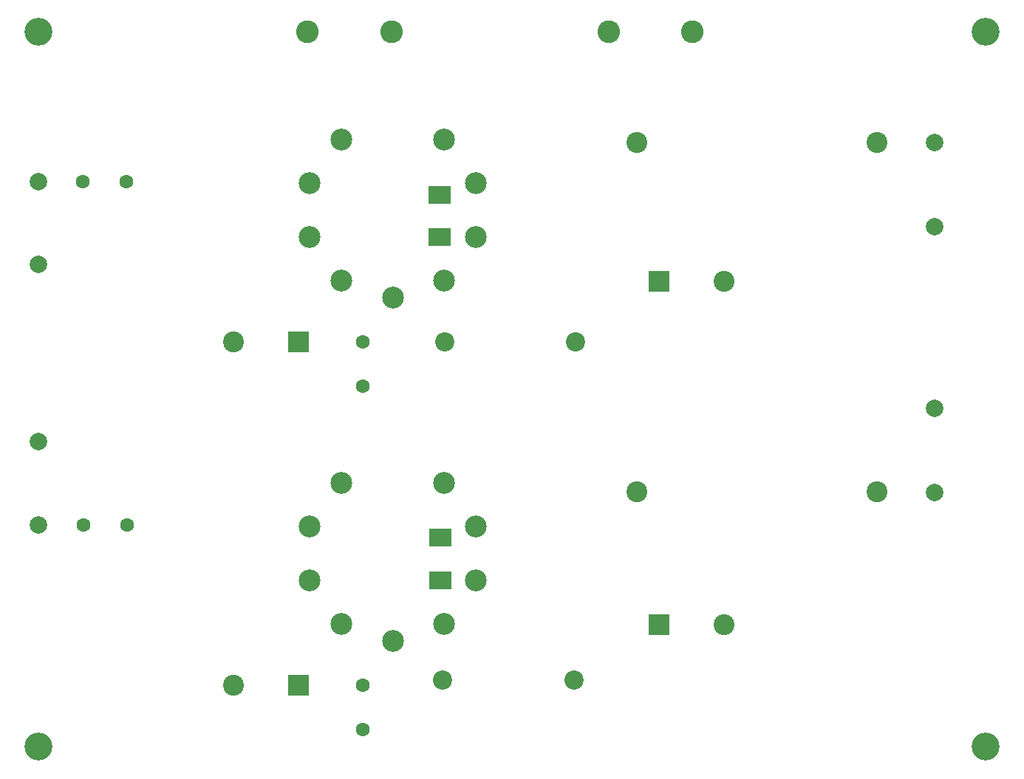
<source format=gbr>
G04 #@! TF.GenerationSoftware,KiCad,Pcbnew,(5.1.9-0-10_14)*
G04 #@! TF.CreationDate,2021-04-04T17:32:44+02:00*
G04 #@! TF.ProjectId,pre-amp-ecc88,7072652d-616d-4702-9d65-636338382e6b,rev?*
G04 #@! TF.SameCoordinates,Original*
G04 #@! TF.FileFunction,Soldermask,Bot*
G04 #@! TF.FilePolarity,Negative*
%FSLAX46Y46*%
G04 Gerber Fmt 4.6, Leading zero omitted, Abs format (unit mm)*
G04 Created by KiCad (PCBNEW (5.1.9-0-10_14)) date 2021-04-04 17:32:44*
%MOMM*%
%LPD*%
G01*
G04 APERTURE LIST*
%ADD10C,2.499360*%
%ADD11R,2.600000X2.100000*%
%ADD12C,2.400000*%
%ADD13R,2.400000X2.400000*%
%ADD14C,1.600000*%
%ADD15C,2.000000*%
%ADD16C,2.600000*%
%ADD17C,2.200000*%
%ADD18C,3.200000*%
G04 APERTURE END LIST*
D10*
X78562200Y-88519000D03*
X74930000Y-93522800D03*
X74930000Y-99695000D03*
X78562200Y-104698800D03*
X84439760Y-106608880D03*
X90317320Y-104698800D03*
X93949520Y-99695000D03*
X93949520Y-93522800D03*
X90317320Y-88519000D03*
X78562200Y-127889000D03*
X74930000Y-132892800D03*
X74930000Y-139065000D03*
X78562200Y-144068800D03*
X84439760Y-145978880D03*
X90317320Y-144068800D03*
X93949520Y-139065000D03*
X93949520Y-132892800D03*
X90317320Y-127889000D03*
D11*
X89789000Y-99732000D03*
X89789000Y-94832000D03*
X89916000Y-139065000D03*
X89916000Y-134165000D03*
D12*
X112395000Y-88900000D03*
X139895000Y-88900000D03*
X112395000Y-128905000D03*
X139895000Y-128905000D03*
X66160000Y-111760000D03*
D13*
X73660000Y-111760000D03*
D14*
X81026000Y-116760000D03*
X81026000Y-111760000D03*
D12*
X66160000Y-151130000D03*
D13*
X73660000Y-151130000D03*
D14*
X81026000Y-156130000D03*
X81026000Y-151130000D03*
D15*
X146558000Y-88900000D03*
X146558000Y-98552000D03*
D16*
X74676000Y-76200000D03*
X84328000Y-76200000D03*
D15*
X43815000Y-102870000D03*
X43815000Y-93345000D03*
D12*
X122435000Y-104775000D03*
D13*
X114935000Y-104775000D03*
D17*
X105410000Y-111760000D03*
X90410000Y-111760000D03*
D14*
X48895000Y-93345000D03*
X53895000Y-93345000D03*
D15*
X146558000Y-129032000D03*
X146558000Y-119380000D03*
D16*
X109220000Y-76200000D03*
X118745000Y-76200000D03*
D15*
X43815000Y-123190000D03*
X43815000Y-132715000D03*
D18*
X152400000Y-76200000D03*
X152400000Y-158115000D03*
X43815000Y-158115000D03*
X43815000Y-76200000D03*
D12*
X122435000Y-144145000D03*
D13*
X114935000Y-144145000D03*
D17*
X105170000Y-150495000D03*
X90170000Y-150495000D03*
D14*
X48975000Y-132715000D03*
X53975000Y-132715000D03*
M02*

</source>
